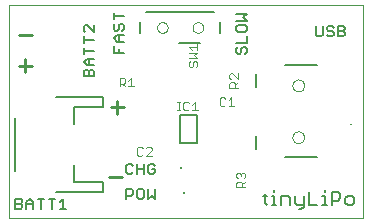
<source format=gto>
G75*
%MOIN*%
%OFA0B0*%
%FSLAX24Y24*%
%IPPOS*%
%LPD*%
%AMOC8*
5,1,8,0,0,1.08239X$1,22.5*
%
%ADD10C,0.0000*%
%ADD11C,0.0060*%
%ADD12C,0.0110*%
%ADD13C,0.0050*%
%ADD14C,0.0030*%
%ADD15R,0.0079X0.0079*%
%ADD16C,0.0080*%
D10*
X000180Y000180D02*
X000180Y007267D01*
X011991Y007267D01*
X011991Y000180D01*
X000180Y000180D01*
X009629Y002857D02*
X009631Y002884D01*
X009637Y002911D01*
X009646Y002937D01*
X009659Y002961D01*
X009675Y002984D01*
X009694Y003003D01*
X009716Y003020D01*
X009740Y003034D01*
X009765Y003044D01*
X009792Y003051D01*
X009819Y003054D01*
X009847Y003053D01*
X009874Y003048D01*
X009900Y003040D01*
X009924Y003028D01*
X009947Y003012D01*
X009968Y002994D01*
X009985Y002973D01*
X010000Y002949D01*
X010011Y002924D01*
X010019Y002898D01*
X010023Y002871D01*
X010023Y002843D01*
X010019Y002816D01*
X010011Y002790D01*
X010000Y002765D01*
X009985Y002741D01*
X009968Y002720D01*
X009947Y002702D01*
X009925Y002686D01*
X009900Y002674D01*
X009874Y002666D01*
X009847Y002661D01*
X009819Y002660D01*
X009792Y002663D01*
X009765Y002670D01*
X009740Y002680D01*
X009716Y002694D01*
X009694Y002711D01*
X009675Y002730D01*
X009659Y002753D01*
X009646Y002777D01*
X009637Y002803D01*
X009631Y002830D01*
X009629Y002857D01*
X009629Y004589D02*
X009631Y004616D01*
X009637Y004643D01*
X009646Y004669D01*
X009659Y004693D01*
X009675Y004716D01*
X009694Y004735D01*
X009716Y004752D01*
X009740Y004766D01*
X009765Y004776D01*
X009792Y004783D01*
X009819Y004786D01*
X009847Y004785D01*
X009874Y004780D01*
X009900Y004772D01*
X009924Y004760D01*
X009947Y004744D01*
X009968Y004726D01*
X009985Y004705D01*
X010000Y004681D01*
X010011Y004656D01*
X010019Y004630D01*
X010023Y004603D01*
X010023Y004575D01*
X010019Y004548D01*
X010011Y004522D01*
X010000Y004497D01*
X009985Y004473D01*
X009968Y004452D01*
X009947Y004434D01*
X009925Y004418D01*
X009900Y004406D01*
X009874Y004398D01*
X009847Y004393D01*
X009819Y004392D01*
X009792Y004395D01*
X009765Y004402D01*
X009740Y004412D01*
X009716Y004426D01*
X009694Y004443D01*
X009675Y004462D01*
X009659Y004485D01*
X009646Y004509D01*
X009637Y004535D01*
X009631Y004562D01*
X009629Y004589D01*
X006302Y006519D02*
X006304Y006545D01*
X006310Y006571D01*
X006320Y006596D01*
X006333Y006619D01*
X006349Y006639D01*
X006369Y006657D01*
X006391Y006672D01*
X006414Y006684D01*
X006440Y006692D01*
X006466Y006696D01*
X006492Y006696D01*
X006518Y006692D01*
X006544Y006684D01*
X006568Y006672D01*
X006589Y006657D01*
X006609Y006639D01*
X006625Y006619D01*
X006638Y006596D01*
X006648Y006571D01*
X006654Y006545D01*
X006656Y006519D01*
X006654Y006493D01*
X006648Y006467D01*
X006638Y006442D01*
X006625Y006419D01*
X006609Y006399D01*
X006589Y006381D01*
X006567Y006366D01*
X006544Y006354D01*
X006518Y006346D01*
X006492Y006342D01*
X006466Y006342D01*
X006440Y006346D01*
X006414Y006354D01*
X006390Y006366D01*
X006369Y006381D01*
X006349Y006399D01*
X006333Y006419D01*
X006320Y006442D01*
X006310Y006467D01*
X006304Y006493D01*
X006302Y006519D01*
X005121Y006519D02*
X005123Y006545D01*
X005129Y006571D01*
X005139Y006596D01*
X005152Y006619D01*
X005168Y006639D01*
X005188Y006657D01*
X005210Y006672D01*
X005233Y006684D01*
X005259Y006692D01*
X005285Y006696D01*
X005311Y006696D01*
X005337Y006692D01*
X005363Y006684D01*
X005387Y006672D01*
X005408Y006657D01*
X005428Y006639D01*
X005444Y006619D01*
X005457Y006596D01*
X005467Y006571D01*
X005473Y006545D01*
X005475Y006519D01*
X005473Y006493D01*
X005467Y006467D01*
X005457Y006442D01*
X005444Y006419D01*
X005428Y006399D01*
X005408Y006381D01*
X005386Y006366D01*
X005363Y006354D01*
X005337Y006346D01*
X005311Y006342D01*
X005285Y006342D01*
X005259Y006346D01*
X005233Y006354D01*
X005209Y006366D01*
X005188Y006381D01*
X005168Y006399D01*
X005152Y006419D01*
X005139Y006442D01*
X005129Y006467D01*
X005123Y006493D01*
X005121Y006519D01*
D11*
X004008Y006476D02*
X003952Y006419D01*
X004008Y006476D02*
X004008Y006589D01*
X003952Y006646D01*
X003895Y006646D01*
X003838Y006589D01*
X003838Y006476D01*
X003781Y006419D01*
X003725Y006419D01*
X003668Y006476D01*
X003668Y006589D01*
X003725Y006646D01*
X003668Y006787D02*
X003668Y007014D01*
X003668Y006901D02*
X004008Y006901D01*
X004008Y006278D02*
X003781Y006278D01*
X003668Y006164D01*
X003781Y006051D01*
X004008Y006051D01*
X003838Y006051D02*
X003838Y006278D01*
X003668Y005909D02*
X003668Y005682D01*
X004008Y005682D01*
X003838Y005682D02*
X003838Y005796D01*
X003013Y005739D02*
X002672Y005739D01*
X002672Y005852D02*
X002672Y005625D01*
X002786Y005484D02*
X003013Y005484D01*
X002843Y005484D02*
X002843Y005257D01*
X002786Y005257D02*
X002672Y005370D01*
X002786Y005484D01*
X002786Y005257D02*
X003013Y005257D01*
X002956Y005116D02*
X002899Y005116D01*
X002843Y005059D01*
X002843Y004889D01*
X003013Y004889D02*
X003013Y005059D01*
X002956Y005116D01*
X002843Y005059D02*
X002786Y005116D01*
X002729Y005116D01*
X002672Y005059D01*
X002672Y004889D01*
X003013Y004889D01*
X002672Y005994D02*
X002672Y006220D01*
X002672Y006107D02*
X003013Y006107D01*
X003013Y006362D02*
X002786Y006589D01*
X002729Y006589D01*
X002672Y006532D01*
X002672Y006419D01*
X002729Y006362D01*
X003013Y006362D02*
X003013Y006589D01*
X007762Y006550D02*
X007762Y006436D01*
X007819Y006380D01*
X008046Y006380D01*
X008103Y006436D01*
X008103Y006550D01*
X008046Y006607D01*
X007819Y006607D01*
X007762Y006550D01*
X007762Y006748D02*
X008103Y006748D01*
X007989Y006861D01*
X008103Y006975D01*
X007762Y006975D01*
X008103Y006238D02*
X008103Y006011D01*
X007762Y006011D01*
X007819Y005870D02*
X007762Y005813D01*
X007762Y005700D01*
X007819Y005643D01*
X007876Y005643D01*
X007933Y005700D01*
X007933Y005813D01*
X007989Y005870D01*
X008046Y005870D01*
X008103Y005813D01*
X008103Y005700D01*
X008046Y005643D01*
X010408Y006284D02*
X010465Y006227D01*
X010578Y006227D01*
X010635Y006284D01*
X010635Y006567D01*
X010777Y006511D02*
X010777Y006454D01*
X010833Y006397D01*
X010947Y006397D01*
X011003Y006340D01*
X011003Y006284D01*
X010947Y006227D01*
X010833Y006227D01*
X010777Y006284D01*
X010777Y006511D02*
X010833Y006567D01*
X010947Y006567D01*
X011003Y006511D01*
X011145Y006567D02*
X011315Y006567D01*
X011372Y006511D01*
X011372Y006454D01*
X011315Y006397D01*
X011145Y006397D01*
X011315Y006397D02*
X011372Y006340D01*
X011372Y006284D01*
X011315Y006227D01*
X011145Y006227D01*
X011145Y006567D01*
X010408Y006567D02*
X010408Y006284D01*
X005057Y001916D02*
X005000Y001973D01*
X004887Y001973D01*
X004830Y001916D01*
X004830Y001690D01*
X004887Y001633D01*
X005000Y001633D01*
X005057Y001690D01*
X005057Y001803D01*
X004943Y001803D01*
X004688Y001803D02*
X004462Y001803D01*
X004320Y001916D02*
X004263Y001973D01*
X004150Y001973D01*
X004093Y001916D01*
X004093Y001690D01*
X004150Y001633D01*
X004263Y001633D01*
X004320Y001690D01*
X004462Y001633D02*
X004462Y001973D01*
X004688Y001973D02*
X004688Y001633D01*
X004632Y001146D02*
X004518Y001146D01*
X004462Y001090D01*
X004462Y000863D01*
X004518Y000806D01*
X004632Y000806D01*
X004688Y000863D01*
X004688Y001090D01*
X004632Y001146D01*
X004830Y001146D02*
X004830Y000806D01*
X004943Y000919D01*
X005057Y000806D01*
X005057Y001146D01*
X004320Y001090D02*
X004320Y000976D01*
X004263Y000919D01*
X004093Y000919D01*
X004093Y000806D02*
X004093Y001146D01*
X004263Y001146D01*
X004320Y001090D01*
X002098Y000473D02*
X001871Y000473D01*
X001985Y000473D02*
X001985Y000813D01*
X001871Y000700D01*
X001730Y000813D02*
X001503Y000813D01*
X001616Y000813D02*
X001616Y000473D01*
X001248Y000473D02*
X001248Y000813D01*
X001135Y000813D02*
X001361Y000813D01*
X000993Y000700D02*
X000993Y000473D01*
X000993Y000643D02*
X000766Y000643D01*
X000766Y000700D02*
X000880Y000813D01*
X000993Y000700D01*
X000766Y000700D02*
X000766Y000473D01*
X000625Y000530D02*
X000568Y000473D01*
X000398Y000473D01*
X000398Y000813D01*
X000568Y000813D01*
X000625Y000757D01*
X000625Y000700D01*
X000568Y000643D01*
X000398Y000643D01*
X000568Y000643D02*
X000625Y000587D01*
X000625Y000530D01*
X008635Y000897D02*
X008782Y000897D01*
X008709Y000971D02*
X008709Y000677D01*
X008782Y000604D01*
X008942Y000604D02*
X009089Y000604D01*
X009016Y000604D02*
X009016Y000897D01*
X008942Y000897D01*
X009016Y001044D02*
X009016Y001117D01*
X009249Y000897D02*
X009469Y000897D01*
X009543Y000824D01*
X009543Y000604D01*
X009709Y000677D02*
X009783Y000604D01*
X010003Y000604D01*
X010003Y000530D02*
X009930Y000457D01*
X009856Y000457D01*
X010003Y000530D02*
X010003Y000897D01*
X010170Y001044D02*
X010170Y000604D01*
X010463Y000604D01*
X010630Y000604D02*
X010777Y000604D01*
X010704Y000604D02*
X010704Y000897D01*
X010630Y000897D01*
X010704Y001044D02*
X010704Y001117D01*
X010937Y001044D02*
X011157Y001044D01*
X011231Y000971D01*
X011231Y000824D01*
X011157Y000750D01*
X010937Y000750D01*
X010937Y000604D02*
X010937Y001044D01*
X011398Y000824D02*
X011398Y000677D01*
X011471Y000604D01*
X011618Y000604D01*
X011691Y000677D01*
X011691Y000824D01*
X011618Y000897D01*
X011471Y000897D01*
X011398Y000824D01*
X009709Y000897D02*
X009709Y000677D01*
X009249Y000604D02*
X009249Y000897D01*
D12*
X003936Y001545D02*
X003503Y001545D01*
X003798Y003651D02*
X003798Y004084D01*
X003581Y003867D02*
X004015Y003867D01*
X000944Y005245D02*
X000511Y005245D01*
X000727Y005462D02*
X000727Y005028D01*
X000511Y006269D02*
X000944Y006269D01*
D13*
X005869Y003605D02*
X005869Y002660D01*
X006460Y002660D01*
X006460Y003605D01*
X005869Y003605D01*
D14*
X005846Y003754D02*
X005846Y004044D01*
X005894Y004044D02*
X005797Y004044D01*
X005994Y003996D02*
X005994Y003802D01*
X006042Y003754D01*
X006139Y003754D01*
X006187Y003802D01*
X006288Y003754D02*
X006482Y003754D01*
X006385Y003754D02*
X006385Y004044D01*
X006288Y003948D01*
X006187Y003996D02*
X006139Y004044D01*
X006042Y004044D01*
X005994Y003996D01*
X005894Y003754D02*
X005797Y003754D01*
X007207Y003950D02*
X007256Y003902D01*
X007352Y003902D01*
X007401Y003950D01*
X007502Y003902D02*
X007695Y003902D01*
X007599Y003902D02*
X007599Y004192D01*
X007502Y004096D01*
X007401Y004144D02*
X007352Y004192D01*
X007256Y004192D01*
X007207Y004144D01*
X007207Y003950D01*
X007524Y004498D02*
X007524Y004643D01*
X007573Y004692D01*
X007669Y004692D01*
X007718Y004643D01*
X007718Y004498D01*
X007815Y004498D02*
X007524Y004498D01*
X007718Y004595D02*
X007815Y004692D01*
X007815Y004793D02*
X007621Y004986D01*
X007573Y004986D01*
X007524Y004938D01*
X007524Y004841D01*
X007573Y004793D01*
X007815Y004793D02*
X007815Y004986D01*
X006464Y005243D02*
X006416Y005195D01*
X006464Y005243D02*
X006464Y005340D01*
X006416Y005388D01*
X006367Y005388D01*
X006319Y005340D01*
X006319Y005243D01*
X006271Y005195D01*
X006222Y005195D01*
X006174Y005243D01*
X006174Y005340D01*
X006222Y005388D01*
X006174Y005490D02*
X006464Y005490D01*
X006367Y005586D01*
X006464Y005683D01*
X006174Y005683D01*
X006271Y005784D02*
X006174Y005881D01*
X006464Y005881D01*
X006464Y005784D02*
X006464Y005978D01*
X004260Y004844D02*
X004260Y004553D01*
X004356Y004553D02*
X004163Y004553D01*
X004062Y004553D02*
X003965Y004650D01*
X004013Y004650D02*
X003868Y004650D01*
X003868Y004553D02*
X003868Y004844D01*
X004013Y004844D01*
X004062Y004795D01*
X004062Y004698D01*
X004013Y004650D01*
X004163Y004747D02*
X004260Y004844D01*
X004500Y002539D02*
X004451Y002490D01*
X004451Y002297D01*
X004500Y002249D01*
X004596Y002249D01*
X004645Y002297D01*
X004746Y002249D02*
X004939Y002442D01*
X004939Y002490D01*
X004891Y002539D01*
X004794Y002539D01*
X004746Y002490D01*
X004645Y002490D02*
X004596Y002539D01*
X004500Y002539D01*
X004746Y002249D02*
X004939Y002249D01*
X007761Y001631D02*
X007761Y001534D01*
X007809Y001486D01*
X007809Y001385D02*
X007906Y001385D01*
X007954Y001336D01*
X007954Y001191D01*
X008051Y001191D02*
X007761Y001191D01*
X007761Y001336D01*
X007809Y001385D01*
X007954Y001288D02*
X008051Y001385D01*
X008002Y001486D02*
X008051Y001534D01*
X008051Y001631D01*
X008002Y001679D01*
X007954Y001679D01*
X007906Y001631D01*
X007906Y001582D01*
X007906Y001631D02*
X007857Y001679D01*
X007809Y001679D01*
X007761Y001631D01*
D15*
X006007Y001007D03*
X005928Y001834D03*
D16*
X008408Y002463D02*
X008408Y002897D01*
X009393Y002188D02*
X010456Y002188D01*
X011600Y003315D02*
X011600Y003315D01*
X010456Y005259D02*
X009393Y005259D01*
X008408Y004983D02*
X008408Y004550D01*
X006558Y006007D02*
X005849Y006007D01*
X004550Y006322D02*
X004550Y006715D01*
X004747Y007030D02*
X007030Y007030D01*
X007227Y006715D02*
X007227Y006322D01*
X003330Y004196D02*
X003330Y003861D01*
X002345Y003861D01*
X002345Y003310D01*
X001755Y004196D02*
X003330Y004196D01*
X000377Y003507D02*
X000377Y001735D01*
X001755Y001046D02*
X003330Y001046D01*
X003330Y001381D01*
X002345Y001381D01*
X002345Y001932D01*
M02*

</source>
